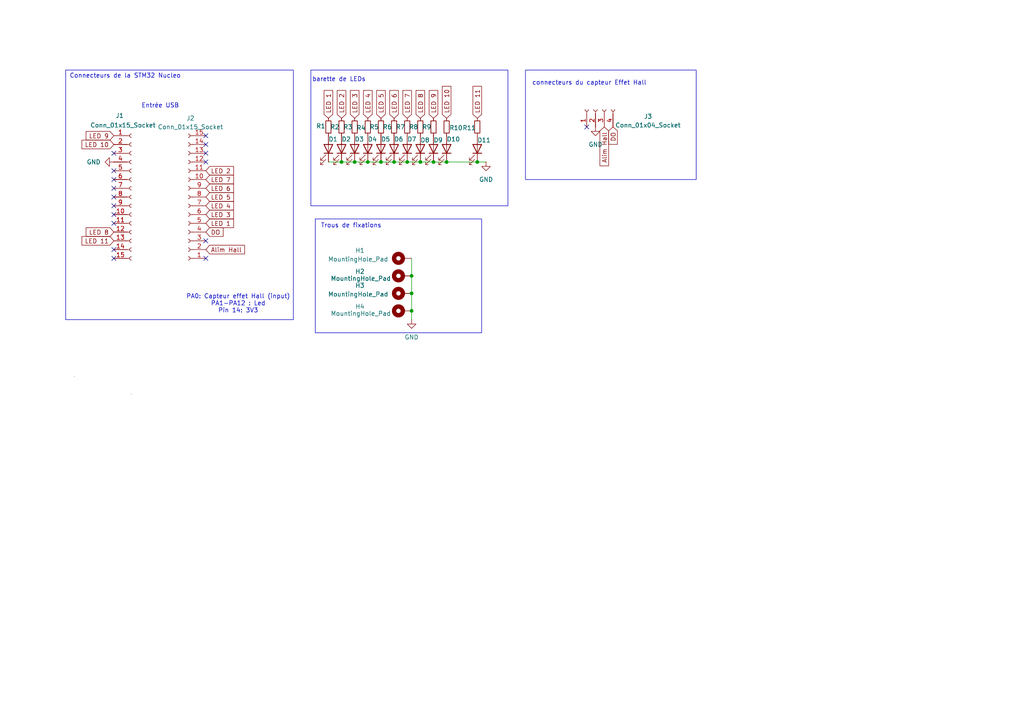
<source format=kicad_sch>
(kicad_sch (version 20231120) (generator "eeschema") (generator_version "8.0")
  (paper "A4")
  (title_block (title "PCB horloge à persistance rétinienne") (date "06/03/2005") (rev "1") (company "ENSEA") (comment 1 "LEPETIT - WOLFF"))
  (lib_symbols
    (symbol "Connector:Conn_01x04_Socket" (pin_names (offset 1.016) hide)
      (property "Reference" "J" (at 0 5.08 0))
      (property "Value" "Conn_01x04_Socket" (at 0 -7.62 0))
      (symbol "Conn_01x04_Socket_1_1"
        (arc (start 0 -4.572) (mid -0.5058 -5.08) (end 0 -5.588) (stroke (width 0.1524)))
        (arc (start 0 -2.032) (mid -0.5058 -2.54) (end 0 -3.048) (stroke (width 0.1524)))
        (polyline (pts (xy -1.27 -5.08) (xy -0.508 -5.08)) (stroke (width 0.1524)))
        (polyline (pts (xy -1.27 -2.54) (xy -0.508 -2.54)) (stroke (width 0.1524)))
        (polyline (pts (xy -1.27 0) (xy -0.508 0)) (stroke (width 0.1524)))
        (polyline (pts (xy -1.27 2.54) (xy -0.508 2.54)) (stroke (width 0.1524)))
        (arc (start 0 0.508) (mid -0.5058 0) (end 0 -0.508) (stroke (width 0.1524)))
        (arc (start 0 3.048) (mid -0.5058 2.54) (end 0 2.032) (stroke (width 0.1524)))
        (pin passive line (at -5.08 2.54 0) (length 3.81) (name "Pin_1") (number "1"))
        (pin passive line (at -5.08 0 0) (length 3.81) (name "Pin_2") (number "2"))
        (pin passive line (at -5.08 -2.54 0) (length 3.81) (name "Pin_3") (number "3"))
        (pin passive line (at -5.08 -5.08 0) (length 3.81) (name "Pin_4") (number "4"))
      )
    )
    (symbol "Connector:Conn_01x15_Socket" (pin_names (offset 1.016) hide)
      (property "Reference" "J" (at 0 20.32 0))
      (property "Value" "Conn_01x15_Socket" (at 0 -20.32 0))
      (symbol "Conn_01x15_Socket_1_1"
        (arc (start 0 -17.272) (mid -0.5058 -17.78) (end 0 -18.288) (stroke (width 0.1524)))
        (arc (start 0 -14.732) (mid -0.5058 -15.24) (end 0 -15.748) (stroke (width 0.1524)))
        (arc (start 0 -12.192) (mid -0.5058 -12.7) (end 0 -13.208) (stroke (width 0.1524)))
        (arc (start 0 -9.652) (mid -0.5058 -10.16) (end 0 -10.668) (stroke (width 0.1524)))
        (arc (start 0 -7.112) (mid -0.5058 -7.62) (end 0 -8.128) (stroke (width 0.1524)))
        (arc (start 0 -4.572) (mid -0.5058 -5.08) (end 0 -5.588) (stroke (width 0.1524)))
        (arc (start 0 -2.032) (mid -0.5058 -2.54) (end 0 -3.048) (stroke (width 0.1524)))
        (polyline (pts (xy -1.27 -17.78) (xy -0.508 -17.78)) (stroke (width 0.1524)))
        (polyline (pts (xy -1.27 -15.24) (xy -0.508 -15.24)) (stroke (width 0.1524)))
        (polyline (pts (xy -1.27 -12.7) (xy -0.508 -12.7)) (stroke (width 0.1524)))
        (polyline (pts (xy -1.27 -10.16) (xy -0.508 -10.16)) (stroke (width 0.1524)))
        (polyline (pts (xy -1.27 -7.62) (xy -0.508 -7.62)) (stroke (width 0.1524)))
        (polyline (pts (xy -1.27 -5.08) (xy -0.508 -5.08)) (stroke (width 0.1524)))
        (polyline (pts (xy -1.27 -2.54) (xy -0.508 -2.54)) (stroke (width 0.1524)))
        (polyline (pts (xy -1.27 0) (xy -0.508 0)) (stroke (width 0.1524)))
        (polyline (pts (xy -1.27 2.54) (xy -0.508 2.54)) (stroke (width 0.1524)))
        (polyline (pts (xy -1.27 5.08) (xy -0.508 5.08)) (stroke (width 0.1524)))
        (polyline (pts (xy -1.27 7.62) (xy -0.508 7.62)) (stroke (width 0.1524)))
        (polyline (pts (xy -1.27 10.16) (xy -0.508 10.16)) (stroke (width 0.1524)))
        (polyline (pts (xy -1.27 12.7) (xy -0.508 12.7)) (stroke (width 0.1524)))
        (polyline (pts (xy -1.27 15.24) (xy -0.508 15.24)) (stroke (width 0.1524)))
        (polyline (pts (xy -1.27 17.78) (xy -0.508 17.78)) (stroke (width 0.1524)))
        (arc (start 0 0.508) (mid -0.5058 0) (end 0 -0.508) (stroke (width 0.1524)))
        (arc (start 0 3.048) (mid -0.5058 2.54) (end 0 2.032) (stroke (width 0.1524)))
        (arc (start 0 5.588) (mid -0.5058 5.08) (end 0 4.572) (stroke (width 0.1524)))
        (arc (start 0 8.128) (mid -0.5058 7.62) (end 0 7.112) (stroke (width 0.1524)))
        (arc (start 0 10.668) (mid -0.5058 10.16) (end 0 9.652) (stroke (width 0.1524)))
        (arc (start 0 13.208) (mid -0.5058 12.7) (end 0 12.192) (stroke (width 0.1524)))
        (arc (start 0 15.748) (mid -0.5058 15.24) (end 0 14.732) (stroke (width 0.1524)))
        (arc (start 0 18.288) (mid -0.5058 17.78) (end 0 17.272) (stroke (width 0.1524)))
        (pin passive line (at -5.08 17.78 0) (length 3.81) (name "Pin_1") (number "1"))
        (pin passive line (at -5.08 -5.08 0) (length 3.81) (name "Pin_10") (number "10"))
        (pin passive line (at -5.08 -7.62 0) (length 3.81) (name "Pin_11") (number "11"))
        (pin passive line (at -5.08 -10.16 0) (length 3.81) (name "Pin_12") (number "12"))
        (pin passive line (at -5.08 -12.7 0) (length 3.81) (name "Pin_13") (number "13"))
        (pin passive line (at -5.08 -15.24 0) (length 3.81) (name "Pin_14") (number "14"))
        (pin passive line (at -5.08 -17.78 0) (length 3.81) (name "Pin_15") (number "15"))
        (pin passive line (at -5.08 15.24 0) (length 3.81) (name "Pin_2") (number "2"))
        (pin passive line (at -5.08 12.7 0) (length 3.81) (name "Pin_3") (number "3"))
        (pin passive line (at -5.08 10.16 0) (length 3.81) (name "Pin_4") (number "4"))
        (pin passive line (at -5.08 7.62 0) (length 3.81) (name "Pin_5") (number "5"))
        (pin passive line (at -5.08 5.08 0) (length 3.81) (name "Pin_6") (number "6"))
        (pin passive line (at -5.08 2.54 0) (length 3.81) (name "Pin_7") (number "7"))
        (pin passive line (at -5.08 0 0) (length 3.81) (name "Pin_8") (number "8"))
        (pin passive line (at -5.08 -2.54 0) (length 3.81) (name "Pin_9") (number "9"))
      )
    )
    (symbol "Device:LED" (pin_numbers hide) (pin_names (offset 1.016) hide)
      (property "Reference" "D" (at 0 2.54 0))
      (property "Value" "LED" (at 0 -2.54 0))
      (symbol "LED_0_1"
        (polyline (pts (xy -1.27 -1.27) (xy -1.27 1.27)) (stroke (width 0.254)))
        (polyline (pts (xy -1.27 0) (xy 1.27 0)))
        (polyline (pts (xy 1.27 -1.27) (xy 1.27 1.27) (xy -1.27 0) (xy 1.27 -1.27)) (stroke (width 0.254)))
        (polyline (pts (xy -3.048 -0.762) (xy -4.572 -2.286) (xy -3.81 -2.286) (xy -4.572 -2.286) (xy -4.572 -1.524)))
        (polyline (pts (xy -1.778 -0.762) (xy -3.302 -2.286) (xy -2.54 -2.286) (xy -3.302 -2.286) (xy -3.302 -1.524)))
      )
      (symbol "LED_1_1"
        (pin passive line (at -3.81 0 0) (length 2.54) (name "K") (number "1"))
        (pin passive line (at 3.81 0 180) (length 2.54) (name "A") (number "2"))
      )
    )
    (symbol "Device:R_Small" (pin_numbers hide) (pin_names (offset 0.254) hide)
      (property "Reference" "R" (at 0.762 0.508 0))
      (property "Value" "R_Small" (at 0.762 -1.016 0))
      (symbol "R_Small_0_1"
        (rectangle (start -0.762 1.778) (end 0.762 -1.778) (stroke (width 0.2032)))
      )
      (symbol "R_Small_1_1"
        (pin passive line (at 0 2.54 270) (length 0.762) (name "~") (number "1"))
        (pin passive line (at 0 -2.54 90) (length 0.762) (name "~") (number "2"))
      )
    )
    (symbol "Mechanical:MountingHole_Pad" (pin_numbers hide) (pin_names (offset 1.016) hide) (exclude_from_sim yes) (in_bom no)
      (property "Reference" "H" (at 0 6.35 0))
      (property "Value" "MountingHole_Pad" (at 0 4.445 0))
      (symbol "MountingHole_Pad_0_1"
        (circle (center 0 1.27) (radius 1.27) (stroke (width 1.27)))
      )
      (symbol "MountingHole_Pad_1_1"
        (pin input line (at 0 -2.54 90) (length 2.54) (name "1") (number "1"))
      )
    )
    (symbol "power:GND" (power) (pin_numbers hide) (pin_names (offset 0) hide)
      (property "Value" "GND" (at 0 -3.81 0))
      (symbol "GND_0_1"
        (polyline (pts (xy 0 0) (xy 0 -1.27) (xy 1.27 -1.27) (xy 0 -2.54) (xy -1.27 -1.27) (xy 0 -1.27)))
      )
      (symbol "GND_1_1"
        (pin power_in line (at 0 0 270) (length 0) (name "~") (number "1"))
      )
    )
  )
  (junction (at 114.3 46.99))
  (junction (at 110.49 46.99))
  (junction (at 119.38 80.01))
  (junction (at 119.38 85.09))
  (junction (at 119.38 90.17))
  (junction (at 129.54 46.99))
  (junction (at 125.73 46.99))
  (junction (at 102.87 46.99))
  (junction (at 99.06 46.99))
  (junction (at 138.43 46.99))
  (junction (at 118.11 46.99))
  (junction (at 121.92 46.99))
  (junction (at 106.68 46.99))
  (no_connect (at 33.02 54.61))
  (no_connect (at 33.02 49.53))
  (no_connect (at 59.69 69.85))
  (no_connect (at 59.69 41.91))
  (no_connect (at 59.69 44.45))
  (no_connect (at 33.02 62.23))
  (no_connect (at 33.02 64.77))
  (no_connect (at 33.02 52.07))
  (no_connect (at 33.02 44.45))
  (no_connect (at 33.02 72.39))
  (no_connect (at 33.02 59.69))
  (no_connect (at 59.69 39.37))
  (no_connect (at 33.02 57.15))
  (no_connect (at 59.69 74.93))
  (no_connect (at 33.02 74.93))
  (no_connect (at 59.69 46.99))
  (no_connect (at 170.18 36.83))
  (wire (pts (xy 99.06 46.99) (xy 102.87 46.99)))
  (wire (pts (xy 119.38 90.17) (xy 119.38 92.71)))
  (wire (pts (xy 118.11 46.99) (xy 121.92 46.99)))
  (wire (pts (xy 114.3 46.99) (xy 118.11 46.99)))
  (wire (pts (xy 95.25 46.99) (xy 99.06 46.99)))
  (wire (pts (xy 106.68 46.99) (xy 110.49 46.99)))
  (wire (pts (xy 110.49 46.99) (xy 114.3 46.99)))
  (wire (pts (xy 119.38 80.01) (xy 119.38 85.09)))
  (wire (pts (xy 119.38 85.09) (xy 119.38 90.17)))
  (wire (pts (xy 102.87 46.99) (xy 106.68 46.99)))
  (wire (pts (xy 138.43 46.99) (xy 140.97 46.99)))
  (wire (pts (xy 121.92 46.99) (xy 125.73 46.99)))
  (wire (pts (xy 129.54 46.99) (xy 138.43 46.99)))
  (wire (pts (xy 119.38 74.93) (xy 119.38 80.01)))
  (wire (pts (xy 125.73 46.99) (xy 129.54 46.99)))
  (rectangle (start 152.4 20.32) (end 201.93 52.07))
  (rectangle (start 38.1 114.3) (end 38.1 114.3))
  (rectangle (start 90.17 20.32) (end 147.32 59.69))
  (rectangle (start 19.05 20.32) (end 85.09 92.71))
  (rectangle (start 21.59 109.22) (end 21.59 109.22))
  (rectangle (start 91.44 63.5) (end 139.7 96.52))
  (text "connecteurs du capteur Effet Hall\n" (at 170.942 24.13 0) (effects (font (size 1.27 1.27))))
  (text "Entrée USB" (at 46.482 30.734 0) (effects (font (size 1.27 1.27))))
  (text "PA0: Capteur effet Hall (input)\nPA1-PA12 : Led\nPin 14: 3V3" (at 69.088 88.138 0) (effects (font (size 1.27 1.27))))
  (text "Trous de fixations\n\n" (at 101.854 66.548 0) (effects (font (size 1.27 1.27))))
  (text "barette de LEDs" (at 98.298 23.114 0) (effects (font (size 1.27 1.27))))
  (text "Connecteurs de la STM32 Nucleo" (at 36.322 22.098 0) (effects (font (size 1.27 1.27))))
  (global_label "LED 6" (shape input) (at 59.69 54.61 0) (property "Intersheetrefs" "${INTERSHEET_REFS}" (effects (hide yes))))
  (global_label "LED 7" (shape input) (at 59.69 52.07 0) (property "Intersheetrefs" "${INTERSHEET_REFS}" (effects (hide yes))))
  (global_label "LED 9" (shape input) (at 33.02 39.37 180) (property "Intersheetrefs" "${INTERSHEET_REFS}" (effects (hide yes))))
  (global_label "Alim Hall" (shape input) (at 59.69 72.39 0) (property "Intersheetrefs" "${INTERSHEET_REFS}" (effects (hide yes))))
  (global_label "LED 3" (shape input) (at 102.87 34.29 90) (property "Intersheetrefs" "${INTERSHEET_REFS}" (effects (hide yes))))
  (global_label "LED 2" (shape input) (at 99.06 34.29 90) (property "Intersheetrefs" "${INTERSHEET_REFS}" (effects (hide yes))))
  (global_label "LED 11" (shape input) (at 138.43 34.29 90) (property "Intersheetrefs" "${INTERSHEET_REFS}" (effects (hide yes))))
  (global_label "LED 4" (shape input) (at 59.69 59.69 0) (property "Intersheetrefs" "${INTERSHEET_REFS}" (effects (hide yes))))
  (global_label "LED 8" (shape input) (at 33.02 67.31 180) (property "Intersheetrefs" "${INTERSHEET_REFS}" (effects (hide yes))))
  (global_label "LED 4" (shape input) (at 106.68 34.29 90) (property "Intersheetrefs" "${INTERSHEET_REFS}" (effects (hide yes))))
  (global_label "LED 8" (shape input) (at 121.92 34.29 90) (property "Intersheetrefs" "${INTERSHEET_REFS}" (effects (hide yes))))
  (global_label "LED 6" (shape input) (at 114.3 34.29 90) (property "Intersheetrefs" "${INTERSHEET_REFS}" (effects (hide yes))))
  (global_label "LED 10" (shape input) (at 33.02 41.91 180) (property "Intersheetrefs" "${INTERSHEET_REFS}" (effects (hide yes))))
  (global_label "LED 1" (shape input) (at 59.69 64.77 0) (property "Intersheetrefs" "${INTERSHEET_REFS}" (effects (hide yes))))
  (global_label "LED 11" (shape input) (at 33.02 69.85 180) (property "Intersheetrefs" "${INTERSHEET_REFS}" (effects (hide yes))))
  (global_label "LED 5" (shape input) (at 59.69 57.15 0) (property "Intersheetrefs" "${INTERSHEET_REFS}" (effects (hide yes))))
  (global_label "LED 2" (shape input) (at 59.69 49.53 0) (property "Intersheetrefs" "${INTERSHEET_REFS}" (effects (hide yes))))
  (global_label "DO" (shape input) (at 59.69 67.31 0) (property "Intersheetrefs" "${INTERSHEET_REFS}" (effects (hide yes))))
  (global_label "LED 1" (shape input) (at 95.25 34.29 90) (property "Intersheetrefs" "${INTERSHEET_REFS}" (effects (hide yes))))
  (global_label "LED 3" (shape input) (at 59.69 62.23 0) (property "Intersheetrefs" "${INTERSHEET_REFS}" (effects (hide yes))))
  (global_label "LED 7" (shape input) (at 118.11 34.29 90) (property "Intersheetrefs" "${INTERSHEET_REFS}" (effects (hide yes))))
  (global_label "LED 9" (shape input) (at 125.73 34.29 90) (property "Intersheetrefs" "${INTERSHEET_REFS}" (effects (hide yes))))
  (global_label "DO" (shape input) (at 177.8 36.83 270) (property "Intersheetrefs" "${INTERSHEET_REFS}" (effects (hide yes))))
  (global_label "Alim Hall" (shape input) (at 175.26 36.83 270) (property "Intersheetrefs" "${INTERSHEET_REFS}" (effects (hide yes))))
  (global_label "LED 10" (shape input) (at 129.54 34.29 90) (property "Intersheetrefs" "${INTERSHEET_REFS}" (effects (hide yes))))
  (global_label "LED 5" (shape input) (at 110.49 34.29 90) (property "Intersheetrefs" "${INTERSHEET_REFS}" (effects (hide yes))))
  (symbol (lib_id "Device:LED") (at 125.73 43.18 270) (mirror x) (unit 1)
    (property "Reference" "D9" (at 125.73 40.64 90) (effects (justify left)))
    (property "Value" "LED" (effects (hide yes)))
    (property "Footprint" "LED_SMD:LED_0603_1608Metric_Pad1.05x0.95mm_HandSolder" (effects (hide yes)))
    (property "Description" "Light emitting diode" (effects (hide yes)))
  )
  (symbol (lib_id "Device:R_Small") (at 114.3 36.83 0) (unit 1)
    (property "Reference" "R6" (at 110.998 36.83 0) (effects (justify left)))
    (property "Value" "R_Small" (effects (hide yes)))
    (property "Footprint" "Resistor_SMD:R_1812_4532Metric_Pad1.30x3.40mm_HandSolder" (effects (hide yes)))
    (property "Description" "Resistor, small symbol" (effects (hide yes)))
  )
  (symbol (lib_id "Device:LED") (at 95.25 43.18 270) (mirror x) (unit 1)
    (property "Reference" "D1" (at 95.25 40.386 90) (effects (justify left)))
    (property "Value" "LED" (effects (hide yes)))
    (property "Footprint" "LED_SMD:LED_0603_1608Metric_Pad1.05x0.95mm_HandSolder" (effects (hide yes)))
    (property "Description" "Light emitting diode" (effects (hide yes)))
  )
  (symbol (lib_id "Device:LED") (at 99.06 43.18 270) (mirror x) (unit 1)
    (property "Reference" "D2" (at 99.06 40.386 90) (effects (justify left)))
    (property "Value" "LED" (effects (hide yes)))
    (property "Footprint" "LED_SMD:LED_0603_1608Metric_Pad1.05x0.95mm_HandSolder" (effects (hide yes)))
    (property "Description" "Light emitting diode" (effects (hide yes)))
  )
  (symbol (lib_id "power:GND") (at 172.72 36.83 0) (unit 1)
    (property "Reference" "#PWR01" (effects (hide yes)))
    (property "Value" "GND" (at 172.72 41.91 0))
    (property "Description" "Power symbol creates a global label with name \"GND\" , ground" (effects (hide yes)))
  )
  (symbol (lib_id "Device:LED") (at 110.49 43.18 270) (mirror x) (unit 1)
    (property "Reference" "D5" (at 110.49 40.386 90) (effects (justify left)))
    (property "Value" "LED" (effects (hide yes)))
    (property "Footprint" "LED_SMD:LED_0603_1608Metric_Pad1.05x0.95mm_HandSolder" (effects (hide yes)))
    (property "Description" "Light emitting diode" (effects (hide yes)))
  )
  (symbol (lib_id "Device:R_Small") (at 95.25 36.83 0) (unit 1)
    (property "Reference" "R1" (at 91.694 36.576 0) (effects (justify left)))
    (property "Value" "R_Small" (effects (hide yes)))
    (property "Footprint" "Resistor_SMD:R_1812_4532Metric_Pad1.30x3.40mm_HandSolder" (effects (hide yes)))
    (property "Description" "Resistor, small symbol" (effects (hide yes)))
  )
  (symbol (lib_id "Device:R_Small") (at 110.49 36.83 0) (unit 1)
    (property "Reference" "R5" (at 107.188 36.83 0) (effects (justify left)))
    (property "Value" "R_Small" (effects (hide yes)))
    (property "Footprint" "Resistor_SMD:R_1812_4532Metric_Pad1.30x3.40mm_HandSolder" (effects (hide yes)))
    (property "Description" "Resistor, small symbol" (effects (hide yes)))
  )
  (symbol (lib_id "power:GND") (at 140.97 46.99 0) (unit 1)
    (property "Reference" "#PWR04" (effects (hide yes)))
    (property "Value" "GND" (at 140.97 52.07 0))
    (property "Description" "Power symbol creates a global label with name \"GND\" , ground" (effects (hide yes)))
  )
  (symbol (lib_id "Device:LED") (at 106.68 43.18 270) (mirror x) (unit 1)
    (property "Reference" "D4" (at 106.68 40.386 90) (effects (justify left)))
    (property "Value" "LED" (effects (hide yes)))
    (property "Footprint" "LED_SMD:LED_0603_1608Metric_Pad1.05x0.95mm_HandSolder" (effects (hide yes)))
    (property "Description" "Light emitting diode" (effects (hide yes)))
  )
  (symbol (lib_id "Device:R_Small") (at 125.73 36.83 0) (unit 1)
    (property "Reference" "R9" (at 122.428 36.83 0) (effects (justify left)))
    (property "Value" "R_Small" (effects (hide yes)))
    (property "Footprint" "Resistor_SMD:R_1812_4532Metric_Pad1.30x3.40mm_HandSolder" (effects (hide yes)))
    (property "Description" "Resistor, small symbol" (effects (hide yes)))
  )
  (symbol (lib_id "Mechanical:MountingHole_Pad") (at 116.84 74.93 90) (unit 1) (exclude_from_sim yes) (in_bom no)
    (property "Reference" "H1" (at 104.394 72.644 90))
    (property "Value" "MountingHole_Pad" (at 103.886 75.184 90))
    (property "Footprint" "MountingHole:MountingHole_4mm_Pad" (effects (hide yes)))
    (property "Description" "Mounting Hole with connection" (effects (hide yes)))
  )
  (symbol (lib_id "Device:R_Small") (at 118.11 36.83 0) (unit 1)
    (property "Reference" "R7" (at 114.808 36.83 0) (effects (justify left)))
    (property "Value" "R_Small" (effects (hide yes)))
    (property "Footprint" "Resistor_SMD:R_1812_4532Metric_Pad1.30x3.40mm_HandSolder" (effects (hide yes)))
    (property "Description" "Resistor, small symbol" (effects (hide yes)))
  )
  (symbol (lib_id "Device:LED") (at 129.54 43.18 270) (mirror x) (unit 1)
    (property "Reference" "D10" (at 129.54 40.386 90) (effects (justify left)))
    (property "Value" "LED" (effects (hide yes)))
    (property "Footprint" "LED_SMD:LED_0603_1608Metric_Pad1.05x0.95mm_HandSolder" (effects (hide yes)))
    (property "Description" "Light emitting diode" (effects (hide yes)))
  )
  (symbol (lib_id "Connector:Conn_01x15_Socket") (at 54.61 57.15 180) (unit 1)
    (property "Reference" "J2" (at 55.245 34.29 0))
    (property "Value" "Conn_01x15_Socket" (at 55.245 36.83 0))
    (property "Description" "Generic connector, single row, 01x15, script generated" (effects (hide yes)))
  )
  (symbol (lib_id "Device:LED") (at 121.92 43.18 270) (mirror x) (unit 1)
    (property "Reference" "D8" (at 121.92 40.64 90) (effects (justify left)))
    (property "Value" "LED" (effects (hide yes)))
    (property "Footprint" "LED_SMD:LED_0603_1608Metric_Pad1.05x0.95mm_HandSolder" (effects (hide yes)))
    (property "Description" "Light emitting diode" (effects (hide yes)))
  )
  (symbol (lib_id "Connector:Conn_01x15_Socket") (at 38.1 57.15 0) (unit 1)
    (property "Reference" "J1" (at 33.528 33.528 0) (effects (justify left)))
    (property "Value" "Conn_01x15_Socket" (at 26.162 36.322 0) (effects (justify left)))
    (property "Description" "Generic connector, single row, 01x15, script generated" (effects (hide yes)))
  )
  (symbol (lib_id "Device:R_Small") (at 102.87 36.83 0) (unit 1)
    (property "Reference" "R3" (at 99.568 36.83 0) (effects (justify left)))
    (property "Value" "R_Small" (effects (hide yes)))
    (property "Footprint" "Resistor_SMD:R_1812_4532Metric_Pad1.30x3.40mm_HandSolder" (effects (hide yes)))
    (property "Description" "Resistor, small symbol" (effects (hide yes)))
  )
  (symbol (lib_id "Device:R_Small") (at 106.68 36.83 0) (unit 1)
    (property "Reference" "R4" (at 103.378 37.084 0) (effects (justify left)))
    (property "Value" "R_Small" (effects (hide yes)))
    (property "Footprint" "Resistor_SMD:R_1812_4532Metric_Pad1.30x3.40mm_HandSolder" (effects (hide yes)))
    (property "Description" "Resistor, small symbol" (effects (hide yes)))
  )
  (symbol (lib_id "power:GND") (at 33.02 46.99 270) (unit 1)
    (property "Reference" "#PWR02" (effects (hide yes)))
    (property "Value" "GND" (at 29.21 46.9899 90) (effects (justify right)))
    (property "Description" "Power symbol creates a global label with name \"GND\" , ground" (effects (hide yes)))
  )
  (symbol (lib_id "Device:LED") (at 118.11 43.18 270) (mirror x) (unit 1)
    (property "Reference" "D7" (at 118.11 40.386 90) (effects (justify left)))
    (property "Value" "LED" (effects (hide yes)))
    (property "Footprint" "LED_SMD:LED_0603_1608Metric_Pad1.05x0.95mm_HandSolder" (effects (hide yes)))
    (property "Description" "Light emitting diode" (effects (hide yes)))
  )
  (symbol (lib_id "Device:LED") (at 114.3 43.18 270) (mirror x) (unit 1) (exclude_from_sim yes)
    (property "Reference" "D6" (at 114.3 40.386 90) (effects (justify left)))
    (property "Value" "LED" (effects (hide yes)))
    (property "Footprint" "LED_SMD:LED_0603_1608Metric_Pad1.05x0.95mm_HandSolder" (effects (hide yes)))
    (property "Description" "Light emitting diode" (effects (hide yes)))
  )
  (symbol (lib_id "Connector:Conn_01x04_Socket") (at 172.72 31.75 90) (unit 1)
    (property "Reference" "J3" (at 187.96 33.782 90))
    (property "Value" "Conn_01x04_Socket" (at 187.96 36.322 90))
    (property "Description" "Generic connector, single row, 01x04, script generated" (effects (hide yes)))
  )
  (symbol (lib_id "Device:R_Small") (at 138.43 36.83 0) (unit 1)
    (property "Reference" "R11" (at 134.112 37.084 0) (effects (justify left)))
    (property "Value" "R_Small" (effects (hide yes)))
    (property "Footprint" "Resistor_SMD:R_1812_4532Metric_Pad1.30x3.40mm_HandSolder" (effects (hide yes)))
    (property "Description" "Resistor, small symbol" (effects (hide yes)))
  )
  (symbol (lib_id "Mechanical:MountingHole_Pad") (at 116.84 90.17 90) (unit 1) (exclude_from_sim yes) (in_bom no)
    (property "Reference" "H4" (at 104.394 88.9 90))
    (property "Value" "MountingHole_Pad" (at 104.648 90.932 90))
    (property "Footprint" "MountingHole:MountingHole_4mm_Pad" (effects (hide yes)))
    (property "Description" "Mounting Hole with connection" (effects (hide yes)))
  )
  (symbol (lib_id "Device:R_Small") (at 121.92 36.83 0) (unit 1)
    (property "Reference" "R8" (at 118.618 36.83 0) (effects (justify left)))
    (property "Value" "R_Small" (effects (hide yes)))
    (property "Footprint" "Resistor_SMD:R_1812_4532Metric_Pad1.30x3.40mm_HandSolder" (effects (hide yes)))
    (property "Description" "Resistor, small symbol" (effects (hide yes)))
  )
  (symbol (lib_id "power:GND") (at 119.38 92.71 0) (unit 1)
    (property "Reference" "#PWR05" (effects (hide yes)))
    (property "Value" "GND" (at 119.38 97.79 0))
    (property "Description" "Power symbol creates a global label with name \"GND\" , ground" (effects (hide yes)))
  )
  (symbol (lib_id "Device:LED") (at 138.43 43.18 270) (mirror x) (unit 1)
    (property "Reference" "D11" (at 138.43 40.64 90) (effects (justify left)))
    (property "Value" "LED" (effects (hide yes)))
    (property "Footprint" "LED_SMD:LED_0603_1608Metric_Pad1.05x0.95mm_HandSolder" (effects (hide yes)))
    (property "Description" "Light emitting diode" (effects (hide yes)))
  )
  (symbol (lib_id "Device:R_Small") (at 99.06 36.83 0) (unit 1)
    (property "Reference" "R2" (at 95.758 36.83 0) (effects (justify left)))
    (property "Value" "R_Small" (effects (hide yes)))
    (property "Footprint" "Resistor_SMD:R_1812_4532Metric_Pad1.30x3.40mm_HandSolder" (effects (hide yes)))
    (property "Description" "Resistor, small symbol" (effects (hide yes)))
  )
  (symbol (lib_id "Mechanical:MountingHole_Pad") (at 116.84 85.09 90) (unit 1) (exclude_from_sim yes) (in_bom no)
    (property "Reference" "H3" (at 104.394 82.804 90))
    (property "Value" "MountingHole_Pad" (at 103.886 85.344 90))
    (property "Footprint" "MountingHole:MountingHole_4mm_Pad" (effects (hide yes)))
    (property "Description" "Mounting Hole with connection" (effects (hide yes)))
  )
  (symbol (lib_id "Mechanical:MountingHole_Pad") (at 116.84 80.01 90) (unit 1) (exclude_from_sim yes) (in_bom no)
    (property "Reference" "H2" (at 104.394 78.74 90))
    (property "Value" "MountingHole_Pad" (at 104.648 80.772 90))
    (property "Footprint" "MountingHole:MountingHole_4mm_Pad" (effects (hide yes)))
    (property "Description" "Mounting Hole with connection" (effects (hide yes)))
  )
  (symbol (lib_id "Device:LED") (at 102.87 43.18 270) (mirror x) (unit 1)
    (property "Reference" "D3" (at 102.87 40.386 90) (effects (justify left)))
    (property "Value" "LED" (effects (hide yes)))
    (property "Footprint" "LED_SMD:LED_0603_1608Metric_Pad1.05x0.95mm_HandSolder" (effects (hide yes)))
    (property "Description" "Light emitting diode" (effects (hide yes)))
  )
  (symbol (lib_id "Device:R_Small") (at 129.54 36.83 0) (unit 1)
    (property "Reference" "R10" (at 130.302 37.084 0) (effects (justify left)))
    (property "Value" "R_Small" (effects (hide yes)))
    (property "Footprint" "Resistor_SMD:R_1812_4532Metric_Pad1.30x3.40mm_HandSolder" (effects (hide yes)))
    (property "Description" "Resistor, small symbol" (effects (hide yes)))
  )
)
</source>
